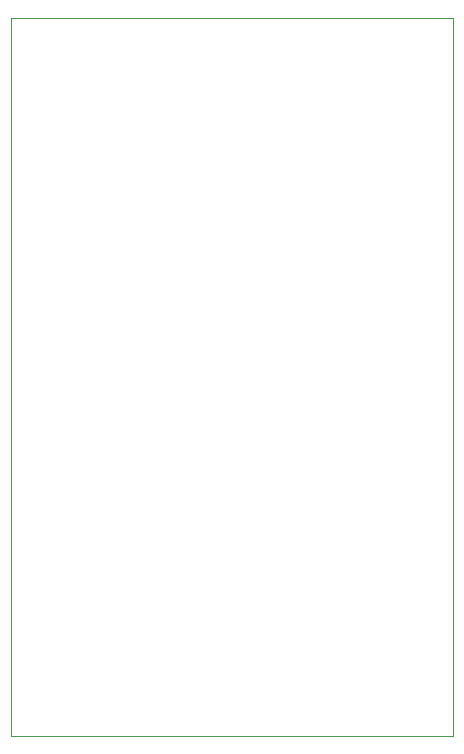
<source format=gko>
%FSLAX46Y46*%
%MOMM*%
%ADD10C,0.010000*%
G01*
G01*
%LPD*%
D10*
X31450000Y-36100000D02*
X-6000000Y-36100000D01*
D10*
X-6000000Y-36100000D02*
X-6000000Y24700000D01*
D10*
X-6000000Y24700000D02*
X31450000Y24700000D01*
D10*
X31450000Y24700000D02*
X31450000Y-36100000D01*
G75*
M02*

</source>
